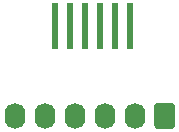
<source format=gbr>
%TF.GenerationSoftware,KiCad,Pcbnew,5.1.9+dfsg1-1*%
%TF.CreationDate,2021-12-22T14:06:06+01:00*%
%TF.ProjectId,adapter,61646170-7465-4722-9e6b-696361645f70,rev?*%
%TF.SameCoordinates,Original*%
%TF.FileFunction,Soldermask,Bot*%
%TF.FilePolarity,Negative*%
%FSLAX46Y46*%
G04 Gerber Fmt 4.6, Leading zero omitted, Abs format (unit mm)*
G04 Created by KiCad (PCBNEW 5.1.9+dfsg1-1) date 2021-12-22 14:06:06*
%MOMM*%
%LPD*%
G01*
G04 APERTURE LIST*
%ADD10O,1.740000X2.190000*%
%ADD11R,0.560000X4.000000*%
G04 APERTURE END LIST*
%TO.C,J1*%
G36*
G01*
X141586000Y-51224999D02*
X141586000Y-52915001D01*
G75*
G02*
X141336001Y-53165000I-249999J0D01*
G01*
X140095999Y-53165000D01*
G75*
G02*
X139846000Y-52915001I0J249999D01*
G01*
X139846000Y-51224999D01*
G75*
G02*
X140095999Y-50975000I249999J0D01*
G01*
X141336001Y-50975000D01*
G75*
G02*
X141586000Y-51224999I0J-249999D01*
G01*
G37*
D10*
X138176000Y-52070000D03*
X135636000Y-52070000D03*
X133096000Y-52070000D03*
X130556000Y-52070000D03*
X128016000Y-52070000D03*
%TD*%
D11*
%TO.C,J2*%
X131435000Y-44490000D03*
X133975000Y-44490000D03*
X137785000Y-44490000D03*
X136515000Y-44490000D03*
X132705000Y-44490000D03*
X135245000Y-44490000D03*
%TD*%
M02*

</source>
